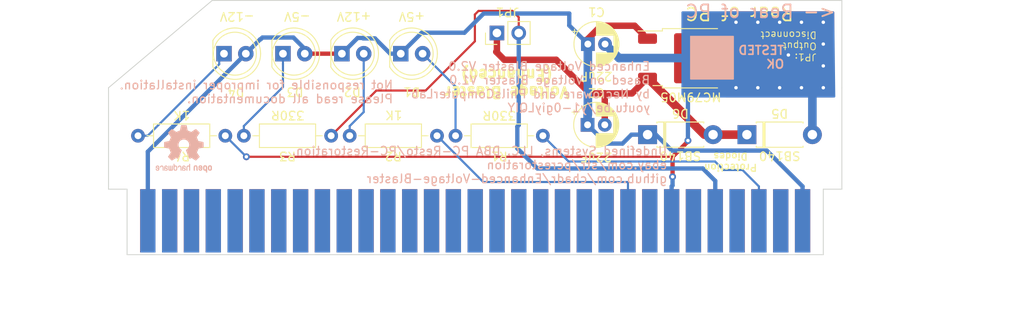
<source format=kicad_pcb>
(kicad_pcb (version 20221018) (generator pcbnew)
  (layers (0 "F.Cu" signal) (31 "B.Cu" signal) (34 "B.Paste" user) (35 "F.Paste" user) (36 "B.SilkS" user "B.Silkscreen") (37 "F.SilkS" user "F.Silkscreen") (38 "B.Mask" user) (39 "F.Mask" user) (44 "Edge.Cuts" user))
  (net 0 "")
  (net 1 "GND")
  (net 2 "-12V")
  (net 3 "-5V")
  (net 4 "Net-(D1-A)")
  (net 5 "Net-(D2-A)")
  (net 6 "Net-(D3-K)")
  (net 7 "Net-(D4-K)")
  (net 29 "+5V")
  (net 33 "+12V")
  (net 66 "/VO")
  (footprint "LED_THT:LED_D5.0mm" (layer "F.Cu") (at 148.9456 97.6376)
    (fp_text reference "D1" (at 1.275 4.445 180 unlocked) (layer "F.SilkS"))
    (fp_text value "+5V" (at 1.296 -4.318 180 unlocked) (layer "F.SilkS"))
    (pad "1" thru_hole rect (at 0 0) (size 1.8 1.8) (drill 0.9) (layers "*.Cu" "*.Mask") (net 1 "GND"))
    (pad "2" thru_hole circle (at 2.54 0) (size 1.8 1.8) (drill 0.9) (layers "*.Cu" "*.Mask") (net 4 "Net-(D1-A)"))
  )
  (footprint "Resistor_THT:R_Axial_DIN0207_L6.3mm_D2.5mm_P10.16mm_Horizontal" (layer "F.Cu") (at 165.481 107.188 180)
    (fp_text reference "R1" (at 5.08 -2.37 180 unlocked) (layer "F.SilkS"))
    (fp_text value "330R" (at 5.08 2.37 180 unlocked) (layer "F.SilkS"))
    (pad "1" thru_hole circle (at 0 0 180) (size 1.6 1.6) (drill 0.8) (layers "*.Cu" "*.Mask") (net 29 "+5V"))
    (pad "2" thru_hole oval (at 10.16 0 180) (size 1.6 1.6) (drill 0.8) (layers "*.Cu" "*.Mask") (net 4 "Net-(D1-A)"))
  )
  (footprint "Package_TO_SOT_SMD:TO-252-2" (layer "F.Cu") (at 182.704 98.171)
    (fp_text reference "U1" hide)
    (fp_text value "MC79M05" (at 0 4.5 180 unlocked) (layer "F.SilkS"))
    (pad "1" smd roundrect (at -5.04 -2.28) (size 2.2 1.2) (layers "F.Cu" "F.Paste" "F.Mask") (roundrect_rratio 0.2083333333) (net 1 "GND"))
    (pad "2" smd roundrect (at -0.415 -1.525) (size 3.05 2.75) (layers "F.Cu" "F.Paste") (roundrect_rratio 0.09090909091) (net 2 "-12V"))
    (pad "2" smd roundrect (at -0.415 1.525) (size 3.05 2.75) (layers "F.Cu" "F.Paste") (roundrect_rratio 0.09090909091) (net 2 "-12V"))
    (pad "2" smd roundrect (at 1.26 0) (size 6.4 5.8) (layers "F.Cu" "F.Mask") (roundrect_rratio 0.04310293103) (net 2 "-12V"))
    (pad "2" smd roundrect (at 2.935 -1.525) (size 3.05 2.75) (layers "F.Cu" "F.Paste") (roundrect_rratio 0.09090909091) (net 2 "-12V"))
    (pad "2" smd roundrect (at 2.935 1.525) (size 3.05 2.75) (layers "F.Cu" "F.Paste") (roundrect_rratio 0.09090909091) (net 2 "-12V"))
    (pad "3" smd roundrect (at -5.04 2.28) (size 2.2 1.2) (layers "F.Cu" "F.Paste" "F.Mask") (roundrect_rratio 0.2083333333) (net 66 "/VO"))
  )
  (footprint "Resistor_THT:R_Axial_DIN0207_L6.3mm_D2.5mm_P10.16mm_Horizontal" (layer "F.Cu") (at 128.524 107.188 180)
    (fp_text reference "R4" (at 5.08 -2.37 180 unlocked) (layer "F.SilkS"))
    (fp_text value "1K" (at 5.08 2.37 180 unlocked) (layer "F.SilkS"))
    (pad "1" thru_hole circle (at 0 0 180) (size 1.6 1.6) (drill 0.8) (layers "*.Cu" "*.Mask") (net 2 "-12V"))
    (pad "2" thru_hole oval (at 10.16 0 180) (size 1.6 1.6) (drill 0.8) (layers "*.Cu" "*.Mask") (net 7 "Net-(D4-K)"))
  )
  (footprint "Resistor_THT:R_Axial_DIN0207_L6.3mm_D2.5mm_P10.16mm_Horizontal" (layer "F.Cu") (at 140.843 107.188 180)
    (fp_text reference "R3" (at 5.08 -2.37 180 unlocked) (layer "F.SilkS"))
    (fp_text value "330R" (at 5.053 2.388 180 unlocked) (layer "F.SilkS"))
    (pad "1" thru_hole circle (at 0 0 180) (size 1.6 1.6) (drill 0.8) (layers "*.Cu" "*.Mask") (net 3 "-5V"))
    (pad "2" thru_hole oval (at 10.16 0 180) (size 1.6 1.6) (drill 0.8) (layers "*.Cu" "*.Mask") (net 6 "Net-(D3-K)"))
  )
  (footprint "LED_THT:LED_D5.0mm" (layer "F.Cu") (at 142.0926 97.6376)
    (fp_text reference "D2" (at 1.2192 4.445 180 unlocked) (layer "F.SilkS"))
    (fp_text value "+12V" (at 1.416 -4.318 180 unlocked) (layer "F.SilkS"))
    (pad "1" thru_hole rect (at 0 0) (size 1.8 1.8) (drill 0.9) (layers "*.Cu" "*.Mask") (net 1 "GND"))
    (pad "2" thru_hole circle (at 2.54 0) (size 1.8 1.8) (drill 0.9) (layers "*.Cu" "*.Mask") (net 5 "Net-(D2-A)"))
  )
  (footprint "LED_THT:LED_D5.0mm" (layer "F.Cu") (at 128.3716 97.6376)
    (fp_text reference "D4" (at 1.402 4.445 180 unlocked) (layer "F.SilkS"))
    (fp_text value "-12V" (at 1.529 -4.318 180 unlocked) (layer "F.SilkS"))
    (pad "1" thru_hole rect (at 0 0) (size 1.8 1.8) (drill 0.9) (layers "*.Cu" "*.Mask") (net 7 "Net-(D4-K)"))
    (pad "2" thru_hole circle (at 2.54 0) (size 1.8 1.8) (drill 0.9) (layers "*.Cu" "*.Mask") (net 1 "GND"))
  )
  (footprint "Resistor_THT:R_Axial_DIN0207_L6.3mm_D2.5mm_P10.16mm_Horizontal" (layer "F.Cu") (at 153.162 107.188 180)
    (fp_text reference "R2" (at 5.08 -2.37 180 unlocked) (layer "F.SilkS"))
    (fp_text value "1K" (at 5.042 2.408 180 unlocked) (layer "F.SilkS"))
    (pad "1" thru_hole circle (at 0 0 180) (size 1.6 1.6) (drill 0.8) (layers "*.Cu" "*.Mask") (net 33 "+12V"))
    (pad "2" thru_hole oval (at 10.16 0 180) (size 1.6 1.6) (drill 0.8) (layers "*.Cu" "*.Mask") (net 5 "Net-(D2-A)"))
  )
  (footprint "Connector_PinHeader_2.54mm:PinHeader_1x02_P2.54mm_Vertical" (layer "F.Cu") (at 160.135 95.23 90)
    (fp_text reference "JP1" (at 2.4384 1.2192 180 unlocked) (layer "F.SilkS"))
    (fp_text value "Output Disconnect" hide)
    (pad "1" thru_hole rect (at 0 0 90) (size 1.7 1.7) (drill 1) (layers "*.Cu" "*.Mask") (net 66 "/VO"))
    (pad "2" thru_hole oval (at 0 2.54 90) (size 1.7 1.7) (drill 1) (layers "*.Cu" "*.Mask") (net 3 "-5V"))
  )
  (footprint "Capacitor_THT:CP_Radial_D5.0mm_P2.00mm" (layer "F.Cu") (at 170.688 105.918)
    (fp_text reference "C2" (at 1 -3.75 180 unlocked) (layer "F.SilkS"))
    (fp_text value "22uF" (at 1 3.75 180 unlocked) (layer "F.SilkS"))
    (pad "1" thru_hole rect (at 0 0) (size 1.6 1.6) (drill 0.8) (layers "*.Cu" "*.Mask") (net 1 "GND"))
    (pad "2" thru_hole circle (at 2 0) (size 1.6 1.6) (drill 0.8) (layers "*.Cu" "*.Mask") (net 66 "/VO"))
  )
  (footprint "Diode_THT:D_DO-41_SOD81_P7.62mm_Horizontal" (layer "F.Cu") (at 177.673 107.061)
    (fp_text reference "D6" (at 3.81 -2.47 180 unlocked) (layer "F.SilkS"))
    (fp_text value "SB140" (at 3.81 2.47 180 unlocked) (layer "F.SilkS"))
    (pad "1" thru_hole rect (at 0 0) (size 2.2 2.2) (drill 1.1) (layers "*.Cu" "*.Mask") (net 1 "GND"))
    (pad "2" thru_hole oval (at 7.62 0) (size 2.2 2.2) (drill 1.1) (layers "*.Cu" "*.Mask") (net 66 "/VO"))
  )
  (footprint "LED_THT:LED_D5.0mm" (layer "F.Cu") (at 135.2346 97.6376)
    (fp_text reference "D3" (at 1.409 4.445 180 unlocked) (layer "F.SilkS"))
    (fp_text value "-5V" (at 1.663 -4.318 180 unlocked) (layer "F.SilkS"))
    (pad "1" thru_hole rect (at 0 0) (size 1.8 1.8) (drill 0.9) (layers "*.Cu" "*.Mask") (net 6 "Net-(D3-K)"))
    (pad "2" thru_hole circle (at 2.54 0) (size 1.8 1.8) (drill 0.9) (layers "*.Cu" "*.Mask") (net 1 "GND"))
  )
  (footprint "Diode_THT:D_DO-41_SOD81_P7.62mm_Horizontal" (layer "F.Cu") (at 189.23 107.061)
    (fp_text reference "D5" (at 3.81 -2.47 180 unlocked) (layer "F.SilkS"))
    (fp_text value "SB140" (at 3.81 2.47 180 unlocked) (layer "F.SilkS"))
    (pad "1" thru_hole rect (at 0 0) (size 2.2 2.2) (drill 1.1) (layers "*.Cu" "*.Mask") (net 66 "/VO"))
    (pad "2" thru_hole oval (at 7.62 0) (size 2.2 2.2) (drill 1.1) (layers "*.Cu" "*.Mask") (net 2 "-12V"))
  )
  (footprint "Capacitor_THT:CP_Radial_D5.0mm_P2.00mm" (layer "F.Cu") (at 170.72 96.52)
    (fp_text reference "C1" (at 1 -3.75 180 unlocked) (layer "F.SilkS"))
    (fp_text value "22uF" (at 1 3.75 180 unlocked) (layer "F.SilkS"))
    (pad "1" thru_hole rect (at 0 0) (size 1.6 1.6) (drill 0.8) (layers "*.Cu" "*.Mask") (net 1 "GND"))
    (pad "2" thru_hole circle (at 2 0) (size 1.6 1.6) (drill 0.8) (layers "*.Cu" "*.Mask") (net 2 "-12V"))
  )
  (footprint "ISA_Card_Edge_Connector_8bit:ISA_CARD_EDGE_CONNECTOR_8BIT_Rev1" (layer "F.Cu") (at 195.707 121.031)
    (fp_text reference "J1" hide)
    (fp_text value "Bus_ISA_8bit_AB_Rev0" hide)
    (pad "A01" connect rect (at 0 -3.81) (size 1.78 7.366) (drill (offset 0 -0.127)) (layers "F.Cu" "F.Mask"))
    (pad "A02" connect rect (at -2.54 -3.81) (size 1.78 7.366) (drill (offset 0 -0.127)) (layers "F.Cu" "F.Mask"))
    (pad "A03" connect rect (at -5.08 -3.81) (size 1.78 7.366) (drill (offset 0 -0.127)) (layers "F.Cu" "F.Mask"))
    (pad "A04" connect rect (at -7.62 -3.81) (size 1.78 7.366) (drill (offset 0 -0.127)) (layers "F.Cu" "F.Mask"))
    (pad "A05" connect rect (at -10.16 -3.81) (size 1.78 7.366) (drill (offset 0 -0.127)) (layers "F.Cu" "F.Mask"))
    (pad "A06" connect rect (at -12.7 -3.81) (size 1.78 7.366) (drill (offset 0 -0.127)) (layers "F.Cu" "F.Mask"))
    (pad "A07" connect rect (at -15.24 -3.81) (size 1.78 7.366) (drill (offset 0 -0.127)) (layers "F.Cu" "F.Mask"))
    (pad "A08" connect rect (at -17.78 -3.81) (size 1.78 7.366) (drill (offset 0 -0.127)) (layers "F.Cu" "F.Mask"))
    (pad "A09" connect rect (at -20.32 -3.81) (size 1.78 7.366) (drill (offset 0 -0.127)) (layers "F.Cu" "F.Mask"))
    (pad "A10" connect rect (at -22.86 -3.81) (size 1.78 7.366) (drill (offset 0 -0.127)) (layers "F.Cu" "F.Mask"))
    (pad "A11" connect rect (at -25.4 -3.81) (size 1.78 7.366) (drill (offset 0 -0.127)) (layers "F.Cu" "F.Mask"))
    (pad "A12" connect rect (at -27.94 -3.81) (size 1.78 7.366) (drill (offset 0 -0.127)) (layers "F.Cu" "F.Mask"))
    (pad "A13" connect rect (at -30.48 -3.81) (size 1.78 7.366) (drill (offset 0 -0.127)) (layers "F.Cu" "F.Mask"))
    (pad "A14" connect rect (at -33.02 -3.81) (size 1.78 7.366) (drill (offset 0 -0.127)) (layers "F.Cu" "F.Mask"))
    (pad "A15" connect rect (at -35.56 -3.81) (size 1.78 7.366) (drill (offset 0 -0.127)) (layers "F.Cu" "F.Mask"))
    (pad "A16" connect rect (at -38.1 -3.81) (size 1.78 7.366) (drill (offset 0 -0.127)) (layers "F.Cu" "F.Mask"))
    (pad "A17" connect rect (at -40.64 -3.81) (size 1.78 7.366) (drill (offset 0 -0.127)) (layers "F.Cu" "F.Mask"))
    (pad "A18" connect rect (at -43.18 -3.81) (size 1.78 7.366) (drill (offset 0 -0.127)) (layers "F.Cu" "F.Mask"))
    (pad "A19" connect rect (at -45.72 -3.81) (size 1.78 7.366) (drill (offset 0 -0.127)) (layers "F.Cu" "F.Mask"))
    (pad "A20" connect rect (at -48.26 -3.81) (size 1.78 7.366) (drill (offset 0 -0.127)) (layers "F.Cu" "F.Mask"))
    (pad "A21" connect rect (at -50.8 -3.81) (size 1.78 7.366) (drill (offset 0 -0.127)) (layers "F.Cu" "F.Mask"))
    (pad "A22" connect rect (at -53.34 -3.81) (size 1.78 7.366) (drill (offset 0 -0.127)) (layers "F.Cu" "F.Mask"))
    (pad "A23" connect rect (at -55.88 -3.81) (size 1.78 7.366) (drill (offset 0 -0.127)) (layers "F.Cu" "F.Mask"))
    (pad "A24" connect rect (at -58.42 -3.81) (size 1.78 7.366) (drill (offset 0 -0.127)) (layers "F.Cu" "F.Mask"))
    (pad "A25" connect rect (at -60.96 -3.81) (size 1.78 7.366) (drill (offset 0 -0.127)) (layers "F.Cu" "F.Mask"))
    (pad "A26" connect rect (at -63.5 -3.81) (size 1.78 7.366) (drill (offset 0 -0.127)) (layers "F.Cu" "F.Mask"))
    (pad "A27" connect rect (at -66.04 -3.81) (size 1.78 7.366) (drill (offset 0 -0.127)) (layers "F.Cu" "F.Mask"))
    (pad "A28" connect rect (at -68.58 -3.81) (size 1.78 7.366) (drill (offset 0 -0.127)) (layers "F.Cu" "F.Mask"))
    (pad "A29" connect rect (at -71.12 -3.81) (size 1.78 7.366) (drill (offset 0 -0.127)) (layers "F.Cu" "F.Mask"))
    (pad "A30" connect rect (at -73.66 -3.81) (size 1.78 7.366) (drill (offset 0 -0.127)) (layers "F.Cu" "F.Mask"))
    (pad "A31" connect rect (at -76.2 -3.81) (size 1.78 7.366) (drill (offset 0 -0.127)) (layers "F.Cu" "F.Mask"))
    (pad "B01" connect rect (at 0 -3.81) (size 1.78 7.366) (drill (offset 0 -0.127)) (layers "B.Cu" "B.Mask") (net 1 "GND"))
    (pad "B02" connect rect (at -2.54 -3.81) (size 1.78 7.366) (drill (offset 0 -0.127)) (layers "B.Cu" "B.Mask"))
    (pad "B03" connect rect (at -5.08 -3.81) (size 1.78 7.366) (drill (offset 0 -0.127)) (layers "B.Cu" "B.Mask") (net 29 "+5V"))
    (pad "B04" connect rect (at -7.62 -3.81) (size 1.78 7.366) (drill (offset 0 -0.127)) (layers "B.Cu" "B.Mask"))
    (pad "B05" connect rect (at -10.16 -3.81) (size 1.78 7.366) (drill (offset 0 -0.127)) (layers "B.Cu" "B.Mask") (net 3 "-5V"))
    (pad "B06" connect rect (at -12.7 -3.81) (size 1.78 7.366) (drill (offset 0 -0.127)) (layers "B.Cu" "B.Mask"))
    (pad "B07" connect rect (at -15.24 -3.81) (size 1.78 7.366) (drill (offset 0 -0.127)) (layers "B.Cu" "B.Mask") (net 2 "-12V"))
    (pad "B08" connect rect (at -17.78 -3.81) (size 1.78 7.366) (drill (offset 0 -0.127)) (layers "B.Cu" "B.Mask"))
    (pad "B09" connect rect (at -20.32 -3.81) (size 1.78 7.366) (drill (offset 0 -0.127)) (layers "B.Cu" "B.Mask") (net 33 "+12V"))
    (pad "B10" connect rect (at -22.86 -3.81) (size 1.78 7.366) (drill (offset 0 -0.127)) (layers "B.Cu" "B.Mask"))
    (pad "B11" connect rect (at -25.4 -3.81) (size 1.78 7.366) (drill (offset 0 -0.127)) (layers "B.Cu" "B.Mask"))
    (pad "B12" connect rect (at -27.94 -3.81) (size 1.78 7.366) (drill (offset 0 -0.127)) (layers "B.Cu" "B.Mask"))
    (pad "B13" connect rect (at -30.48 -3.81) (size 1.78 7.366) (drill (offset 0 -0.127)) (layers "B.Cu" "B.Mask"))
    (pad "B14" connect rect (at -33.02 -3.81) (size 1.78 7.366) (drill (offset 0 -0.127)) (layers "B.Cu" "B.Mask"))
    (pad "B15" connect rect (at -35.56 -3.81) (size 1.78 7.366) (drill (offset 0 -0.127)) (layers "B.Cu" "B.Mask"))
    (pad "B16" connect rect (at -38.1 -3.81) (size 1.78 7.366) (drill (offset 0 -0.127)) (layers "B.Cu" "B.Mask"))
    (pad "B17" connect rect (at -40.64 -3.81) (size 1.78 7.366) (drill (offset 0 -0.127)) (layers "B.Cu" "B.Mask"))
    (pad "B18" connect rect (at -43.18 -3.81) (size 1.78 7.366) (drill (offset 0 -0.127)) (layers "B.Cu" "B.Mask"))
    (pad "B19" connect rect (at -45.72 -3.81) (size 1.78 7.366) (drill (offset 0 -0.127)) (layers "B.Cu" "B.Mask"))
    (pad "B20" connect rect (at -48.26 -3.81) (size 1.78 7.366) (drill (offset 0 -0.127)) (layers "B.Cu" "B.Mask"))
    (pad "B21" connect rect (at -50.8 -3.81) (size 1.78 7.366) (drill (offset 0 -0.127)) (layers "B.Cu" "B.Mask"))
    (pad "B22" connect rect (at -53.34 -3.81) (size 1.78 7.366) (drill (offset 0 -0.127)) (layers "B.Cu" "B.Mask"))
    (pad "B23" connect rect (at -55.88 -3.81) (size 1.78 7.366) (drill (offset 0 -0.127)) (layers "B.Cu" "B.Mask"))
    (pad "B24" connect rect (at -58.42 -3.81) (size 1.78 7.366) (drill (offset 0 -0.127)) (layers "B.Cu" "B.Mask"))
    (pad "B25" connect rect (at -60.96 -3.81) (size 1.78 7.366) (drill (offset 0 -0.127)) (layers "B.Cu" "B.Mask"))
    (pad "B26" connect rect (at -63.5 -3.81) (size 1.78 7.366) (drill (offset 0 -0.127)) (layers "B.Cu" "B.Mask"))
    (pad "B27" connect rect (at -66.04 -3.81) (size 1.78 7.366) (drill (offset 0 -0.127)) (layers "B.Cu" "B.Mask"))
    (pad "B28" connect rect (at -68.58 -3.81) (size 1.78 7.366) (drill (offset 0 -0.127)) (layers "B.Cu" "B.Mask"))
    (pad "B29" connect rect (at -71.12 -3.81) (size 1.78 7.366) (drill (offset 0 -0.127)) (layers "B.Cu" "B.Mask"))
    (pad "B30" connect rect (at -73.66 -3.81) (size 1.78 7.366) (drill (offset 0 -0.127)) (layers "B.Cu" "B.Mask"))
    (pad "B31" smd rect (at -76.2 -3.81) (size 1.78 7.366) (drill (offset 0 -0.127)) (layers "B.Cu" "B.Mask") (net 1 "GND"))
  )
  (footprint "Symbol:OSHW-Logo2_7.3x6mm_SilkScreen" (layer "B.Cu") (at 123.698 108.712 180)
    (fp_text reference "Open Hardware Logo" hide)
    (fp_text value "OSHW-Logo2_7.3x6mm_SilkScreen" hide)
  )
  (gr_rect (start 182.6895 95.631) (end 187.6425 100.584) (stroke (width 0.15)) (fill solid) (layer "B.SilkS"))
  (gr_line (start 198.12 121.031) (end 117.094 121.031) (stroke (width 0.1)) (layer "Edge.Cuts"))
  (gr_line (start 200.279 101.6) (end 200.279 91.44) (stroke (width 0.1)) (layer "Edge.Cuts"))
  (gr_line (start 114.935 101.6) (end 127 91.44) (stroke (width 0.1)) (layer "Edge.Cuts"))
  (gr_line (start 191.643 91.44) (end 127 91.44) (stroke (width 0.1)) (layer "Edge.Cuts"))
  (gr_line (start 198.12 121.031) (end 198.12 113.411) (stroke (width 0.1)) (layer "Edge.Cuts"))
  (gr_line (start 117.094 121.031) (end 117.094 113.411) (stroke (width 0.1)) (layer "Edge.Cuts"))
  (gr_line (start 198.12 113.411) (end 200.279 113.411) (stroke (width 0.1)) (layer "Edge.Cuts"))
  (gr_line (start 200.279 91.44) (end 191.643 91.44) (stroke (width 0.1)) (layer "Edge.Cuts"))
  (gr_line (start 200.279 113.411) (end 200.279 101.6) (stroke (width 0.1)) (layer "Edge.Cuts"))
  (gr_line (start 114.935 113.411) (end 114.935 101.6) (stroke (width 0.1)) (layer "Edge.Cuts"))
  (gr_line (start 117.094 113.411) (end 114.935 113.411) (stroke (width 0.1)) (layer "Edge.Cuts"))
  (gr_text "<- Rear of PC" (at 199.644 93.599) (layer "B.SilkS") (effects (font (size 1.5 1.5) (thickness 0.2) bold) (justify left bottom mirror)))
  (gr_text "Undefined Systems, LLC. DBA PC-Resto/PC-Restoration.\nebay.com/str/pcrestoration\ngithub.com/chadr/Enhanced-Voltage-Blaster" (at 180.0352 112.776) (layer "B.SilkS") (effects (font (size 1 1)) (justify left bottom mirror)))
  (gr_text "TESTED\nOK" (at 193.675 99.441) (layer "B.SilkS") (effects (font (size 1 1) (thickness 0.2) bold) (justify left bottom mirror)))
  (gr_text "Not responsible for improper installation.\nPlease read all documentation." (at 148.1328 103.4796) (layer "B.SilkS") (effects (font (size 1 1)) (justify left bottom mirror)))
  (gr_text "Enhanced Voltage Blaster V2.0\nBased on Voltage Blaster V1.0\nby Necroware and PhilsComputerLab\nyoutu.be/y1-0giyLQIY" (at 178.054 104.521) (layer "B.SilkS") (effects (font (size 1 1)) (justify left bottom mirror)))
  (gr_text "<- Rear of PC" (at 199.644 92.075 180) (layer "F.SilkS") (effects (font (size 1.5 1.5) (thickness 0.2) bold) (justify left bottom)))
  (gr_text "JP1:\nOutput\nDisconnect" (at 197.4088 94.996 180) (layer "F.SilkS") (effects (font (size 0.8 0.8) (thickness 0.1)) (justify left bottom)))
  (gr_text "Voltage Blaster\n(Enhanced)" (at 161.29 99.3648 180) (layer "F.SilkS") (effects (font (size 1.25 1.25) (thickness 0.3) bold) (justify bottom)))
  (gr_text "Protection\nDiodes" (at 187.325 110.236 180) (layer "F.SilkS") (effects (font (size 0.8 0.8))))
  (segment (start 172.2628 94.3864) (end 176.1594 94.3864) (width 0.75) (layer "F.Cu") (net 1))
  (segment (start 176.1594 94.3864) (end 177.1573 95.3843) (width 0.75) (layer "F.Cu") (net 1))
  (segment (start 170.72 96.52) (end 170.72 95.9292) (width 0.75) (layer "F.Cu") (net 1))
  (segment (start 137.7746 97.6376) (end 142.0926 97.6376) (width 0.5) (layer "F.Cu") (net 1))
  (segment (start 170.72 95.9292) (end 172.2628 94.3864) (width 0.75) (layer "F.Cu") (net 1))
  (segment (start 177.1573 95.3843) (end 177.664 95.891) (width 0.25) (layer "F.Cu") (net 1))
  (segment (start 170.688 105.918) (end 170.688 104.7911) (width 1) (layer "B.Cu") (net 1))
  (segment (start 172.8724 108.1024) (end 170.688 105.918) (width 0.5) (layer "B.Cu") (net 1))
  (segment (start 144.5768 95.8596) (end 145.9407 95.8596) (width 0.5) (layer "B.Cu") (net 1))
  (segment (start 144.526 95.8088) (end 144.5768 95.8596) (width 0.5) (layer "B.Cu") (net 1))
  (segment (start 174.752 108.1024) (end 172.8724 108.1024) (width 0.5) (layer "B.Cu") (net 1))
  (segment (start 170.72 104.7591) (end 170.688 104.7911) (width 0.25) (layer "B.Cu") (net 1))
  (segment (start 132.6388 95.9612) (end 132.842 95.758) (width 0.5) (layer "B.Cu") (net 1))
  (segment (start 145.9407 95.8596) (end 147.7187 97.6376) (width 0.5) (layer "B.Cu") (net 1))
  (segment (start 151.384 95.1992) (end 148.9456 97.6376) (width 0.5) (layer "B.Cu") (net 1))
  (segment (start 178.6382 107.061) (end 180.4924 108.9152) (width 0.5) (layer "B.Cu") (net 1))
  (segment (start 147.7187 97.6376) (end 148.9456 97.6376) (width 0.5) (layer "B.Cu") (net 1))
  (segment (start 137.7746 97.0838) (end 137.7746 97.6376) (width 0.5) (layer "B.Cu") (net 1))
  (segment (start 175.7934 107.061) (end 174.752 108.1024) (width 0.5) (layer "B.Cu") (net 1))
  (segment (start 177.673 107.061) (end 175.7934 107.061) (width 0.5) (layer "B.Cu") (net 1))
  (segment (start 177.673 107.061) (end 178.6382 107.061) (width 0.5) (layer "B.Cu") (net 1))
  (segment (start 158.5926 92.964) (end 168.5544 92.964) (width 0.5) (layer "B.Cu") (net 1))
  (segment (start 156.3574 95.1992) (end 158.5926 92.964) (width 0.5) (layer "B.Cu") (net 1))
  (segment (start 156.3574 95.1992) (end 151.384 95.1992) (width 0.5) (layer "B.Cu") (net 1))
  (segment (start 143.9214 95.8088) (end 144.526 95.8088) (width 0.5) (layer "B.Cu") (net 1))
  (segment (start 130.9116 97.6376) (end 132.588 95.9612) (width 0.5) (layer "B.Cu") (net 1))
  (segment (start 168.5544 92.964) (end 168.5544 94.3544) (width 0.5) (layer "B.Cu") (net 1))
  (segment (start 132.842 95.758) (end 136.4488 95.758) (width 0.5) (layer "B.Cu") (net 1))
  (segment (start 180.4924 108.9152) (end 191.5381 108.9152) (width 0.5) (layer "B.Cu") (net 1))
  (segment (start 168.5544 94.3544) (end 170.72 96.52) (width 0.5) (layer "B.Cu") (net 1))
  (segment (start 119.507 117.221) (end 119.507 109.0422) (width 0.5) (layer "B.Cu") (net 1))
  (segment (start 136.4488 95.758) (end 137.7746 97.0838) (width 0.5) (layer "B.Cu") (net 1))
  (segment (start 142.0926 97.6376) (end 143.9214 95.8088) (width 0.5) (layer "B.Cu") (net 1))
  (segment (start 132.588 95.9612) (end 132.6388 95.9612) (width 0.5) (layer "B.Cu") (net 1))
  (segment (start 170.72 96.52) (end 170.72 104.7591) (width 1) (layer "B.Cu") (net 1))
  (segment (start 191.5381 108.9152) (end 195.707 113.0841) (width 0.5) (layer "B.Cu") (net 1))
  (segment (start 195.707 113.0841) (end 195.707 117.221) (width 0.5) (layer "B.Cu") (net 1))
  (segment (start 119.507 109.0422) (end 130.9116 97.6376) (width 0.5) (layer "B.Cu") (net 1))
  (segment (start 180.5774 109.6371) (end 180.5774 111.9632) (width 0.5) (layer "F.Cu") (net 2))
  (segment (start 183.814 98.171) (end 182.289 99.696) (width 0.25) (layer "F.Cu") (net 2))
  (segment (start 185.639 96.646) (end 184.114 98.171) (width 0.25) (layer "F.Cu") (net 2))
  (segment (start 183.964 98.171) (end 183.814 98.171) (width 0.25) (layer "F.Cu") (net 2))
  (segment (start 182.289 96.646) (end 183.814 98.171) (width 0.25) (layer "F.Cu") (net 2))
  (segment (start 187.0732 101.1302) (end 185.639 99.696) (width 0.25) (layer "F.Cu") (net 2))
  (segment (start 182.3669 107.8476) (end 180.5774 109.6371) (width 0.5) (layer "F.Cu") (net 2))
  (segment (start 130.9731 109.6371) (end 180.5774 109.6371) (width 0.25) (layer "F.Cu") (net 2))
  (segment (start 186.7194 97.7264) (end 185.639 96.646) (width 0.25) (layer "F.Cu") (net 2))
  (segment (start 182.3669 107.747) (end 182.3669 107.8476) (width 0.25) (layer "F.Cu") (net 2))
  (segment (start 184.114 98.171) (end 183.964 98.171) (width 0.25) (layer "F.Cu") (net 2))
  (via (at 187.96 93.98) (size 0.8) (drill 0.4) (layers "F.Cu" "B.Cu") (net 2))
  (via (at 198.12 101.6) (size 0.8) (drill 0.4) (layers "F.Cu" "B.Cu") (net 2))
  (via (at 193.04 93.98) (size 0.8) (drill 0.4) (layers "F.Cu" "B.Cu") (net 2))
  (via (at 190.5 93.98) (size 0.8) (drill 0.4) (layers "F.Cu" "B.Cu") (net 2))
  (via (at 195.58 101.6) (size 0.8) (drill 0.4) (layers "F.Cu" "B.Cu") (net 2))
  (via (at 198.12 99.06) (size 0.8) (drill 0.4) (layers "F.Cu" "B.Cu") (net 2))
  (via (at 198.12 93.98) (size 0.8) (drill 0.4) (layers "F.Cu" "B.Cu") (net 2))
  (via (at 195.58 93.98) (size 0.8) (drill 0.4) (layers "F.Cu" "B.Cu") (net 2))
  (via (at 198.12 96.52) (size 0.8) (drill 0.4) (layers "F.Cu" "B.Cu") (net 2))
  (via (at 180.5774 111.9632) (size 0.8) (drill 0.4) (layers "F.Cu" "B.Cu") (net 2))
  (via (at 187.96 101.6) (size 0.8) (drill 0.4) (layers "F.Cu" "B.Cu") (net 2))
  (via (at 194.056 97.79) (size 0.8) (drill 0.4) (layers "F.Cu" "B.Cu") (net 2))
  (via (at 182.3669 107.747) (size 0.8) (drill 0.4) (layers "F.Cu" "B.Cu") (net 2))
  (via (at 193.04 101.6) (size 0.8) (drill 0.4) (layers "F.Cu" "B.Cu") (net 2))
  (via (at 190.5 101.6) (size 0.8) (drill 0.4) (layers "F.Cu" "B.Cu") (net 2))
  (via (at 130.9731 109.6371) (size 0.8) (drill 0.4) (layers "F.Cu" "B.Cu") (net 2))
  (segment (start 180.5774 111.9632) (end 180.5774 112.9737) (width 0.5) (layer "B.Cu") (net 2))
  (segment (start 128.524 107.188) (end 130.9731 109.6371) (width 0.25) (layer "B.Cu") (net 2))
  (segment (start 196.85 101.6266) (end 196.85 107.061) (width 1) (layer "B.Cu") (net 2))
  (segment (start 180.5774 112.9737) (end 180.467 113.0841) (width 0.5) (layer "B.Cu") (net 2))
  (segment (start 183.7733 96.9137) (end 182.5414 98.1456) (width 1) (layer "B.Cu") (net 2))
  (segment (start 174.3456 98.1456) (end 173.1137 96.9137) (width 1) (layer "B.Cu") (net 2))
  (segment (start 182.3669 101.572) (end 182.3669 107.747) (width 0.5) (layer "B.Cu") (net 2))
  (segment (start 182.5414 98.1456) (end 174.3456 98.1456) (width 1) (layer "B.Cu") (net 2))
  (segment (start 173.1137 96.9137) (end 172.72 96.52) (width 0.25) (layer "B.Cu") (net 2))
  (segment (start 180.467 113.0841) (end 180.467 117.221) (width 0.5) (layer "B.Cu") (net 2))
  (segment (start 162.675 93.395) (end 162.675 95.23) (width 0.25) (layer "F.Cu") (net 3))
  (segment (start 151.8373 101.9277) (end 157.57 96.195) (width 0.25) (layer "F.Cu") (net 3))
  (segment (start 157.57 96.195) (end 157.57 93.08) (width 0.25) (layer "F.Cu") (net 3))
  (segment (start 157.99 92.66) (end 161.94 92.66) (width 0.25) (layer "F.Cu") (net 3))
  (segment (start 140.843 107.188) (end 146.1033 101.9277) (width 0.25) (layer "F.Cu") (net 3))
  (segment (start 161.94 92.66) (end 162.675 93.395) (width 0.25) (layer "F.Cu") (net 3))
  (segment (start 146.1033 101.9277) (end 151.8373 101.9277) (width 0.25) (layer "F.Cu") (net 3))
  (segment (start 157.57 93.08) (end 157.99 92.66) (width 0.25) (layer "F.Cu") (net 3))
  (segment (start 162.5092 106.1212) (end 162.5092 108.6612) (width 0.5) (layer "B.Cu") (net 3))
  (segment (start 162.675 105.9554) (end 162.675 95.23) (width 0.5) (layer "B.Cu") (net 3))
  (segment (start 162.5092 106.1212) (end 162.675 105.9554) (width 0.5) (layer "B.Cu") (net 3))
  (segment (start 164.846 110.998) (end 184.0992 110.998) (width 0.5) (layer "B.Cu") (net 3))
  (segment (start 185.547 112.4458) (end 185.547 117.221) (width 0.5) (layer "B.Cu") (net 3))
  (segment (start 184.0992 110.998) (end 185.547 112.4458) (width 0.5) (layer "B.Cu") (net 3))
  (segment (start 162.5092 108.6612) (end 164.846 110.998) (width 0.5) (layer "B.Cu") (net 3))
  (segment (start 155.321 101.473) (end 151.4856 97.6376) (width 0.25) (layer "B.Cu") (net 4))
  (segment (start 155.321 107.188) (end 155.321 101.473) (width 0.25) (layer "B.Cu") (net 4))
  (segment (start 144.6326 104.4305) (end 144.6326 97.6376) (width 0.25) (layer "B.Cu") (net 5))
  (segment (start 143.002 107.188) (end 143.002 106.0611) (width 0.25) (layer "B.Cu") (net 5))
  (segment (start 143.002 106.0611) (end 144.6326 104.4305) (width 0.25) (layer "B.Cu") (net 5))
  (segment (start 135.2346 97.6376) (end 135.2346 98.8645) (width 0.25) (layer "B.Cu") (net 6))
  (segment (start 130.683 107.188) (end 130.683 106.0611) (width 0.25) (layer "B.Cu") (net 6))
  (segment (start 130.683 106.0611) (end 135.2346 101.5095) (width 0.25) (layer "B.Cu") (net 6))
  (segment (start 135.2346 101.5095) (end 135.2346 98.8645) (width 0.25) (layer "B.Cu") (net 6))
  (segment (start 118.364 107.188) (end 119.4909 107.188) (width 0.25) (layer "B.Cu") (net 7))
  (segment (start 127.8144 98.1948) (end 128.3716 97.6376) (width 0.25) (layer "B.Cu") (net 7))
  (segment (start 119.4909 107.188) (end 127.8144 98.8645) (width 0.25) (layer "B.Cu") (net 7))
  (segment (start 127.8144 98.8645) (end 127.8144 98.1948) (width 0.25) (layer "B.Cu") (net 7))
  (segment (start 188.7165 111.1736) (end 186.51 111.1736) (width 0.25) (layer "B.Cu") (net 29))
  (segment (start 185.5216 110.1852) (end 168.4782 110.1852) (width 0.25) (layer "B.Cu") (net 29))
  (segment (start 190.627 113.0841) (end 188.7165 111.1736) (width 0.25) (layer "B.Cu") (net 29))
  (segment (start 190.627 117.221) (end 190.627 113.0841) (width 0.25) (layer "B.Cu") (net 29))
  (segment (start 186.51 111.1736) (end 185.5216 110.1852) (width 0.25) (layer "B.Cu") (net 29))
  (segment (start 168.4782 110.1852) (end 165.481 107.188) (width 0.25) (layer "B.Cu") (net 29))
  (segment (start 158.5468 112.5728) (end 153.162 107.188) (width 0.25) (layer "B.Cu") (net 33))
  (segment (start 175.387 117.221) (end 175.387 112.5728) (width 0.25) (layer "B.Cu") (net 33))
  (segment (start 175.387 112.5728) (end 158.5468 112.5728) (width 0.25) (layer "B.Cu") (net 33))
  (segment (start 160.99 98.35) (end 160.06 97.42) (width 0.75) (layer "F.Cu") (net 66))
  (segment (start 160.14 95.235) (end 160.135 95.23) (width 0.5) (layer "F.Cu") (net 66))
  (segment (start 184.274 107.061) (end 177.664 100.451) (width 1) (layer "F.Cu") (net 66))
  (segment (start 160.135 97.345) (end 160.135 95.23) (width 0.75) (layer "F.Cu") (net 66))
  (segment (start 175.8533 102.2617) (end 177.664 100.451) (width 0.75) (layer "F.Cu") (net 66))
  (segment (start 185.293 107.061) (end 184.274 107.061) (width 0.5) (layer "F.Cu") (net 66))
  (segment (start 172.688 105.918) (end 172.688 102.2617) (width 0.75) (layer "F.Cu") (net 66))
  (segment (start 167.0316 98.35) (end 160.99 98.35) (width 0.75) (layer "F.Cu") (net 66))
  (segment (start 170.9433 102.2617) (end 172.688 102.2617) (width 0.75) (layer "F.Cu") (net 66))
  (segment (start 172.688 102.2617) (end 175.8533 102.2617) (width 0.75) (layer "F.Cu") (net 66))
  (segment (start 160.06 97.42) (end 160.135 97.345) (width 0.75) (layer "F.Cu") (net 66))
  (segment (start 189.23 107.061) (end 185.293 107.061) (width 1) (layer "F.Cu") (net 66))
  (segment (start 167.0316 98.35) (end 170.9433 102.2617) (width 0.75) (layer "F.Cu") (net 66))
  (zone (net 2) (net_name "-12V") (layer "F.Cu") (connect_pads yes (clearance 0.5)) (min_thickness 0.25) (fill yes (thermal_gap 0.5) (thermal_bridge_width 0.5))
    (polygon (pts (xy 186.69 92.71) (xy 186.69 102.743) (xy 199.39 102.743) (xy 199.39 92.71)))
  )
  (zone (net 2) (net_name "-12V") (layer "B.Cu") (priority 2) (connect_pads yes (clearance 0.5)) (min_thickness 0.25) (fill yes (thermal_gap 0.5) (thermal_bridge_width 0.5))
    (polygon (pts (xy 181.61 92.71) (xy 199.39 92.71) (xy 199.517 102.743) (xy 181.61 102.743)))
  )
)
</source>
